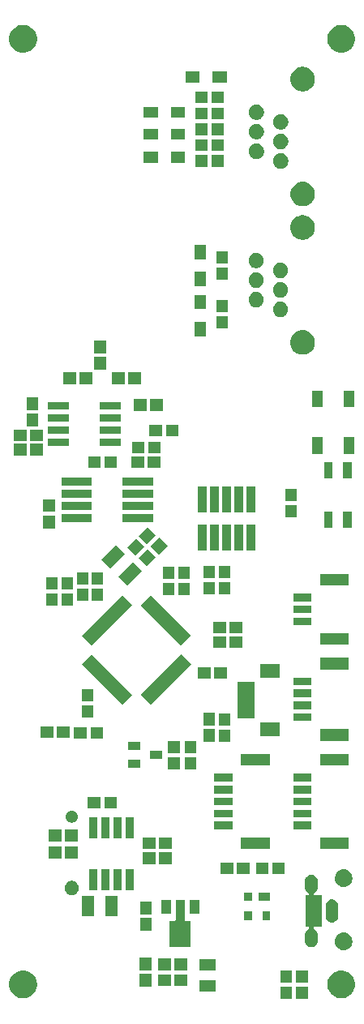
<source format=gbr>
G04 #@! TF.GenerationSoftware,KiCad,Pcbnew,(5.0.0)*
G04 #@! TF.CreationDate,2018-12-20T12:17:44-05:00*
G04 #@! TF.ProjectId,fk-weather,666B2D776561746865722E6B69636164,0.1*
G04 #@! TF.SameCoordinates,PX791ddc0PY791ddc0*
G04 #@! TF.FileFunction,Soldermask,Top*
G04 #@! TF.FilePolarity,Negative*
%FSLAX46Y46*%
G04 Gerber Fmt 4.6, Leading zero omitted, Abs format (unit mm)*
G04 Created by KiCad (PCBNEW (5.0.0)) date 12/20/18 12:17:44*
%MOMM*%
%LPD*%
G01*
G04 APERTURE LIST*
%ADD10C,0.100000*%
G04 APERTURE END LIST*
D10*
G36*
X-10523600Y-72712000D02*
X-11726800Y-72712000D01*
X-11726800Y-71408800D01*
X-10523600Y-71408800D01*
X-10523600Y-72712000D01*
X-10523600Y-72712000D01*
G37*
G36*
X-12161900Y-72709600D02*
X-13365100Y-72709600D01*
X-13365100Y-71406400D01*
X-12161900Y-71406400D01*
X-12161900Y-72709600D01*
X-12161900Y-72709600D01*
G37*
G36*
X-40048474Y-69729429D02*
X-39838139Y-69771267D01*
X-39573964Y-69880691D01*
X-39336214Y-70039551D01*
X-39134023Y-70241742D01*
X-38975163Y-70479492D01*
X-38865739Y-70743667D01*
X-38823901Y-70954002D01*
X-38809955Y-71024112D01*
X-38809955Y-71310054D01*
X-38823901Y-71380165D01*
X-38865739Y-71590499D01*
X-38975163Y-71854674D01*
X-39134023Y-72092424D01*
X-39336214Y-72294615D01*
X-39573964Y-72453475D01*
X-39838139Y-72562899D01*
X-40048473Y-72604737D01*
X-40118584Y-72618683D01*
X-40404526Y-72618683D01*
X-40474637Y-72604737D01*
X-40684971Y-72562899D01*
X-40949146Y-72453475D01*
X-41186896Y-72294615D01*
X-41389087Y-72092424D01*
X-41547947Y-71854674D01*
X-41657371Y-71590499D01*
X-41699209Y-71380165D01*
X-41713155Y-71310054D01*
X-41713155Y-71024112D01*
X-41699209Y-70954002D01*
X-41657371Y-70743667D01*
X-41547947Y-70479492D01*
X-41389087Y-70241742D01*
X-41186896Y-70039551D01*
X-40949146Y-69880691D01*
X-40684971Y-69771267D01*
X-40474637Y-69729429D01*
X-40404526Y-69715483D01*
X-40118584Y-69715483D01*
X-40048474Y-69729429D01*
X-40048474Y-69729429D01*
G37*
G36*
X-6818474Y-69729429D02*
X-6608139Y-69771267D01*
X-6343964Y-69880691D01*
X-6106214Y-70039551D01*
X-5904023Y-70241742D01*
X-5745163Y-70479492D01*
X-5635739Y-70743667D01*
X-5593901Y-70954002D01*
X-5579955Y-71024112D01*
X-5579955Y-71310054D01*
X-5593901Y-71380165D01*
X-5635739Y-71590499D01*
X-5745163Y-71854674D01*
X-5904023Y-72092424D01*
X-6106214Y-72294615D01*
X-6343964Y-72453475D01*
X-6608139Y-72562899D01*
X-6818473Y-72604737D01*
X-6888584Y-72618683D01*
X-7174526Y-72618683D01*
X-7244637Y-72604737D01*
X-7454971Y-72562899D01*
X-7719146Y-72453475D01*
X-7956896Y-72294615D01*
X-8159087Y-72092424D01*
X-8317947Y-71854674D01*
X-8427371Y-71590499D01*
X-8469209Y-71380165D01*
X-8483155Y-71310054D01*
X-8483155Y-71024112D01*
X-8469209Y-70954002D01*
X-8427371Y-70743667D01*
X-8317947Y-70479492D01*
X-8159087Y-70241742D01*
X-7956896Y-70039551D01*
X-7719146Y-69880691D01*
X-7454971Y-69771267D01*
X-7244637Y-69729429D01*
X-7174526Y-69715483D01*
X-6888584Y-69715483D01*
X-6818474Y-69729429D01*
X-6818474Y-69729429D01*
G37*
G36*
X-20120992Y-71899962D02*
X-21824192Y-71899962D01*
X-21824192Y-70696762D01*
X-20120992Y-70696762D01*
X-20120992Y-71899962D01*
X-20120992Y-71899962D01*
G37*
G36*
X-26873392Y-71382462D02*
X-28076592Y-71382462D01*
X-28076592Y-70079262D01*
X-26873392Y-70079262D01*
X-26873392Y-71382462D01*
X-26873392Y-71382462D01*
G37*
G36*
X-24828592Y-71341517D02*
X-26131792Y-71341517D01*
X-26131792Y-70138317D01*
X-24828592Y-70138317D01*
X-24828592Y-71341517D01*
X-24828592Y-71341517D01*
G37*
G36*
X-23128592Y-71341517D02*
X-24431792Y-71341517D01*
X-24431792Y-70138317D01*
X-23128592Y-70138317D01*
X-23128592Y-71341517D01*
X-23128592Y-71341517D01*
G37*
G36*
X-10523600Y-71012000D02*
X-11726800Y-71012000D01*
X-11726800Y-69708800D01*
X-10523600Y-69708800D01*
X-10523600Y-71012000D01*
X-10523600Y-71012000D01*
G37*
G36*
X-12161900Y-71009600D02*
X-13365100Y-71009600D01*
X-13365100Y-69706400D01*
X-12161900Y-69706400D01*
X-12161900Y-71009600D01*
X-12161900Y-71009600D01*
G37*
G36*
X-20120992Y-69699962D02*
X-21824192Y-69699962D01*
X-21824192Y-68496762D01*
X-20120992Y-68496762D01*
X-20120992Y-69699962D01*
X-20120992Y-69699962D01*
G37*
G36*
X-23128592Y-69695062D02*
X-24431792Y-69695062D01*
X-24431792Y-68491862D01*
X-23128592Y-68491862D01*
X-23128592Y-69695062D01*
X-23128592Y-69695062D01*
G37*
G36*
X-24828592Y-69695062D02*
X-26131792Y-69695062D01*
X-26131792Y-68491862D01*
X-24828592Y-68491862D01*
X-24828592Y-69695062D01*
X-24828592Y-69695062D01*
G37*
G36*
X-26873392Y-69682462D02*
X-28076592Y-69682462D01*
X-28076592Y-68379262D01*
X-26873392Y-68379262D01*
X-26873392Y-69682462D01*
X-26873392Y-69682462D01*
G37*
G36*
X-6601059Y-65773945D02*
X-6601056Y-65773946D01*
X-6431103Y-65825500D01*
X-6274474Y-65909220D01*
X-6274472Y-65909221D01*
X-6274473Y-65909221D01*
X-6137188Y-66021888D01*
X-6024519Y-66159174D01*
X-5940802Y-66315799D01*
X-5889245Y-66485760D01*
X-5876200Y-66618209D01*
X-5876200Y-66757792D01*
X-5889245Y-66890241D01*
X-5889246Y-66890243D01*
X-5889246Y-66890244D01*
X-5940800Y-67060197D01*
X-6024520Y-67216826D01*
X-6076580Y-67280261D01*
X-6137188Y-67354112D01*
X-6274474Y-67466781D01*
X-6431099Y-67550498D01*
X-6431102Y-67550499D01*
X-6431104Y-67550500D01*
X-6574385Y-67593963D01*
X-6601060Y-67602055D01*
X-6777800Y-67619462D01*
X-6954541Y-67602055D01*
X-6986182Y-67592457D01*
X-7124497Y-67550500D01*
X-7281126Y-67466780D01*
X-7418412Y-67354112D01*
X-7469245Y-67292172D01*
X-7531081Y-67216826D01*
X-7614798Y-67060201D01*
X-7628885Y-67013761D01*
X-7666354Y-66890243D01*
X-7666355Y-66890240D01*
X-7679400Y-66757791D01*
X-7679400Y-66618208D01*
X-7666355Y-66485759D01*
X-7614799Y-66315801D01*
X-7531079Y-66159173D01*
X-7418412Y-66021888D01*
X-7281126Y-65909219D01*
X-7124501Y-65825502D01*
X-7124498Y-65825501D01*
X-7124496Y-65825500D01*
X-6954543Y-65773946D01*
X-6954540Y-65773945D01*
X-6777800Y-65756538D01*
X-6601059Y-65773945D01*
X-6601059Y-65773945D01*
G37*
G36*
X-10032269Y-59707828D02*
X-10032266Y-59707829D01*
X-10032265Y-59707829D01*
X-9909438Y-59745088D01*
X-9909436Y-59745089D01*
X-9796239Y-59805594D01*
X-9698555Y-59885760D01*
X-9697020Y-59887020D01*
X-9615594Y-59986239D01*
X-9555088Y-60099437D01*
X-9517829Y-60222264D01*
X-9517828Y-60222268D01*
X-9508400Y-60317994D01*
X-9508400Y-61082006D01*
X-9517828Y-61177732D01*
X-9517829Y-61177735D01*
X-9517829Y-61177736D01*
X-9555088Y-61300563D01*
X-9615594Y-61413761D01*
X-9697020Y-61512980D01*
X-9796239Y-61594406D01*
X-9796241Y-61594407D01*
X-9878096Y-61638160D01*
X-9898470Y-61651774D01*
X-9915798Y-61669101D01*
X-9929411Y-61689476D01*
X-9938789Y-61712115D01*
X-9943569Y-61736148D01*
X-9943569Y-61760652D01*
X-9938788Y-61784686D01*
X-9929411Y-61807325D01*
X-9915797Y-61827699D01*
X-9898470Y-61845027D01*
X-9878095Y-61858640D01*
X-9855456Y-61868018D01*
X-9819171Y-61873400D01*
X-9058400Y-61873400D01*
X-9058400Y-65126600D01*
X-9819172Y-65126600D01*
X-9843558Y-65129002D01*
X-9867007Y-65136115D01*
X-9888618Y-65147666D01*
X-9907560Y-65163212D01*
X-9923106Y-65182154D01*
X-9934657Y-65203765D01*
X-9941770Y-65227214D01*
X-9944172Y-65251600D01*
X-9941770Y-65275986D01*
X-9934657Y-65299435D01*
X-9923106Y-65321046D01*
X-9907560Y-65339988D01*
X-9878097Y-65361840D01*
X-9796239Y-65405594D01*
X-9697022Y-65487018D01*
X-9697020Y-65487020D01*
X-9615594Y-65586239D01*
X-9555088Y-65699437D01*
X-9532486Y-65773946D01*
X-9517828Y-65822268D01*
X-9508400Y-65917994D01*
X-9508400Y-66682006D01*
X-9517828Y-66777732D01*
X-9517829Y-66777735D01*
X-9517829Y-66777736D01*
X-9555088Y-66900563D01*
X-9615594Y-67013761D01*
X-9697020Y-67112980D01*
X-9796239Y-67194406D01*
X-9909437Y-67254912D01*
X-10032264Y-67292171D01*
X-10032265Y-67292171D01*
X-10032268Y-67292172D01*
X-10160000Y-67304752D01*
X-10287731Y-67292172D01*
X-10287734Y-67292171D01*
X-10287735Y-67292171D01*
X-10410562Y-67254912D01*
X-10523760Y-67194406D01*
X-10622979Y-67112980D01*
X-10704405Y-67013761D01*
X-10764912Y-66900563D01*
X-10764913Y-66900561D01*
X-10802172Y-66777737D01*
X-10811600Y-66682006D01*
X-10811600Y-65917995D01*
X-10802172Y-65822269D01*
X-10802171Y-65822265D01*
X-10764912Y-65699438D01*
X-10704407Y-65586241D01*
X-10704406Y-65586239D01*
X-10622982Y-65487022D01*
X-10622980Y-65487020D01*
X-10523761Y-65405594D01*
X-10441904Y-65361840D01*
X-10421530Y-65348226D01*
X-10404202Y-65330899D01*
X-10390589Y-65310524D01*
X-10381211Y-65287885D01*
X-10376431Y-65263852D01*
X-10376431Y-65239348D01*
X-10381212Y-65215314D01*
X-10390589Y-65192675D01*
X-10404203Y-65172301D01*
X-10421530Y-65154973D01*
X-10441905Y-65141360D01*
X-10464544Y-65131982D01*
X-10500829Y-65126600D01*
X-10761600Y-65126600D01*
X-10761600Y-61873400D01*
X-10500828Y-61873400D01*
X-10476442Y-61870998D01*
X-10452993Y-61863885D01*
X-10431382Y-61852334D01*
X-10412440Y-61836788D01*
X-10396894Y-61817846D01*
X-10385343Y-61796235D01*
X-10378230Y-61772786D01*
X-10375828Y-61748400D01*
X-10378230Y-61724014D01*
X-10385343Y-61700565D01*
X-10396894Y-61678954D01*
X-10412440Y-61660012D01*
X-10441903Y-61638160D01*
X-10523758Y-61594407D01*
X-10523760Y-61594406D01*
X-10622979Y-61512980D01*
X-10704405Y-61413761D01*
X-10764912Y-61300563D01*
X-10764913Y-61300561D01*
X-10802172Y-61177737D01*
X-10811600Y-61082006D01*
X-10811600Y-60317995D01*
X-10802172Y-60222269D01*
X-10802171Y-60222265D01*
X-10764912Y-60099438D01*
X-10721494Y-60018209D01*
X-10704406Y-59986239D01*
X-10622982Y-59887022D01*
X-10622980Y-59887020D01*
X-10523761Y-59805594D01*
X-10410563Y-59745088D01*
X-10287736Y-59707829D01*
X-10287735Y-59707829D01*
X-10287732Y-59707828D01*
X-10160000Y-59695248D01*
X-10032269Y-59707828D01*
X-10032269Y-59707828D01*
G37*
G36*
X-23334485Y-64452061D02*
X-23332083Y-64476447D01*
X-23324970Y-64499896D01*
X-23313419Y-64521507D01*
X-23297873Y-64540449D01*
X-23278931Y-64555995D01*
X-23257320Y-64567546D01*
X-23233871Y-64574659D01*
X-23209485Y-64577061D01*
X-22734485Y-64577061D01*
X-22734485Y-67280261D01*
X-24937685Y-67280261D01*
X-24937685Y-64577061D01*
X-24462685Y-64577061D01*
X-24438299Y-64574659D01*
X-24414850Y-64567546D01*
X-24393239Y-64555995D01*
X-24374297Y-64540449D01*
X-24358751Y-64521507D01*
X-24347200Y-64499896D01*
X-24340087Y-64476447D01*
X-24337685Y-64452061D01*
X-24337685Y-62377061D01*
X-23334485Y-62377061D01*
X-23334485Y-64452061D01*
X-23334485Y-64452061D01*
G37*
G36*
X-26839885Y-65545461D02*
X-28043085Y-65545461D01*
X-28043085Y-64242261D01*
X-26839885Y-64242261D01*
X-26839885Y-65545461D01*
X-26839885Y-65545461D01*
G37*
G36*
X-7882269Y-62307828D02*
X-7882266Y-62307829D01*
X-7882265Y-62307829D01*
X-7759438Y-62345088D01*
X-7759436Y-62345089D01*
X-7646239Y-62405594D01*
X-7547022Y-62487018D01*
X-7547020Y-62487020D01*
X-7465594Y-62586239D01*
X-7465593Y-62586241D01*
X-7405089Y-62699435D01*
X-7367828Y-62822268D01*
X-7358400Y-62917994D01*
X-7358400Y-64082006D01*
X-7367828Y-64177732D01*
X-7367829Y-64177735D01*
X-7367829Y-64177736D01*
X-7405088Y-64300563D01*
X-7465594Y-64413761D01*
X-7547020Y-64512980D01*
X-7646239Y-64594406D01*
X-7759437Y-64654912D01*
X-7882264Y-64692171D01*
X-7882265Y-64692171D01*
X-7882268Y-64692172D01*
X-8010000Y-64704752D01*
X-8137731Y-64692172D01*
X-8137734Y-64692171D01*
X-8137735Y-64692171D01*
X-8260562Y-64654912D01*
X-8373760Y-64594406D01*
X-8472979Y-64512980D01*
X-8554405Y-64413761D01*
X-8614911Y-64300563D01*
X-8652170Y-64177736D01*
X-8652170Y-64177735D01*
X-8652171Y-64177732D01*
X-8661599Y-64082006D01*
X-8661600Y-62917995D01*
X-8652172Y-62822269D01*
X-8652171Y-62822265D01*
X-8614912Y-62699438D01*
X-8554407Y-62586241D01*
X-8554406Y-62586239D01*
X-8472982Y-62487022D01*
X-8472980Y-62487020D01*
X-8373761Y-62405594D01*
X-8260563Y-62345088D01*
X-8137736Y-62307829D01*
X-8137735Y-62307829D01*
X-8137732Y-62307828D01*
X-8010000Y-62295248D01*
X-7882269Y-62307828D01*
X-7882269Y-62307828D01*
G37*
G36*
X-14462400Y-64459600D02*
X-15265600Y-64459600D01*
X-15265600Y-63556400D01*
X-14462400Y-63556400D01*
X-14462400Y-64459600D01*
X-14462400Y-64459600D01*
G37*
G36*
X-16362400Y-64459600D02*
X-17165600Y-64459600D01*
X-17165600Y-63556400D01*
X-16362400Y-63556400D01*
X-16362400Y-64459600D01*
X-16362400Y-64459600D01*
G37*
G36*
X-32854836Y-64068078D02*
X-34158036Y-64068078D01*
X-34158036Y-61964878D01*
X-32854836Y-61964878D01*
X-32854836Y-64068078D01*
X-32854836Y-64068078D01*
G37*
G36*
X-30354836Y-64068078D02*
X-31658036Y-64068078D01*
X-31658036Y-61964878D01*
X-30354836Y-61964878D01*
X-30354836Y-64068078D01*
X-30354836Y-64068078D01*
G37*
G36*
X-26839885Y-63845461D02*
X-28043085Y-63845461D01*
X-28043085Y-62542261D01*
X-26839885Y-62542261D01*
X-26839885Y-63845461D01*
X-26839885Y-63845461D01*
G37*
G36*
X-24834485Y-63780261D02*
X-25837685Y-63780261D01*
X-25837685Y-62377061D01*
X-24834485Y-62377061D01*
X-24834485Y-63780261D01*
X-24834485Y-63780261D01*
G37*
G36*
X-21834485Y-63780261D02*
X-22837685Y-63780261D01*
X-22837685Y-62377061D01*
X-21834485Y-62377061D01*
X-21834485Y-63780261D01*
X-21834485Y-63780261D01*
G37*
G36*
X-16362400Y-62459600D02*
X-17165600Y-62459600D01*
X-17165600Y-61556400D01*
X-16362400Y-61556400D01*
X-16362400Y-62459600D01*
X-16362400Y-62459600D01*
G37*
G36*
X-14462400Y-62459600D02*
X-15665600Y-62459600D01*
X-15665600Y-61556400D01*
X-14462400Y-61556400D01*
X-14462400Y-62459600D01*
X-14462400Y-62459600D01*
G37*
G36*
X-34959766Y-60377283D02*
X-34822984Y-60433940D01*
X-34699883Y-60516194D01*
X-34595194Y-60620883D01*
X-34512940Y-60743984D01*
X-34456283Y-60880766D01*
X-34427400Y-61025974D01*
X-34427400Y-61174026D01*
X-34456283Y-61319234D01*
X-34512940Y-61456016D01*
X-34595194Y-61579117D01*
X-34699883Y-61683806D01*
X-34822984Y-61766060D01*
X-34959766Y-61822717D01*
X-35104974Y-61851600D01*
X-35253026Y-61851600D01*
X-35398234Y-61822717D01*
X-35535016Y-61766060D01*
X-35658117Y-61683806D01*
X-35762806Y-61579117D01*
X-35845060Y-61456016D01*
X-35901717Y-61319234D01*
X-35930600Y-61174026D01*
X-35930600Y-61025974D01*
X-35901717Y-60880766D01*
X-35845060Y-60743984D01*
X-35762806Y-60620883D01*
X-35658117Y-60516194D01*
X-35535016Y-60433940D01*
X-35398234Y-60377283D01*
X-35253026Y-60348400D01*
X-35104974Y-60348400D01*
X-34959766Y-60377283D01*
X-34959766Y-60377283D01*
G37*
G36*
X-28732200Y-61307200D02*
X-29535400Y-61307200D01*
X-29535400Y-59104000D01*
X-28732200Y-59104000D01*
X-28732200Y-61307200D01*
X-28732200Y-61307200D01*
G37*
G36*
X-30002200Y-61307200D02*
X-30805400Y-61307200D01*
X-30805400Y-59104000D01*
X-30002200Y-59104000D01*
X-30002200Y-61307200D01*
X-30002200Y-61307200D01*
G37*
G36*
X-32542200Y-61307200D02*
X-33345400Y-61307200D01*
X-33345400Y-59104000D01*
X-32542200Y-59104000D01*
X-32542200Y-61307200D01*
X-32542200Y-61307200D01*
G37*
G36*
X-31272200Y-61307200D02*
X-32075400Y-61307200D01*
X-32075400Y-59104000D01*
X-31272200Y-59104000D01*
X-31272200Y-61307200D01*
X-31272200Y-61307200D01*
G37*
G36*
X-6601059Y-59173945D02*
X-6601056Y-59173946D01*
X-6431103Y-59225500D01*
X-6274474Y-59309220D01*
X-6274472Y-59309221D01*
X-6274473Y-59309221D01*
X-6137188Y-59421888D01*
X-6024519Y-59559174D01*
X-5940802Y-59715799D01*
X-5889245Y-59885760D01*
X-5876200Y-60018209D01*
X-5876200Y-60157792D01*
X-5889245Y-60290241D01*
X-5889246Y-60290243D01*
X-5889246Y-60290244D01*
X-5940800Y-60460197D01*
X-6024519Y-60616825D01*
X-6024521Y-60616827D01*
X-6137188Y-60754112D01*
X-6274474Y-60866781D01*
X-6431099Y-60950498D01*
X-6431102Y-60950499D01*
X-6431104Y-60950500D01*
X-6574385Y-60993963D01*
X-6601060Y-61002055D01*
X-6777800Y-61019462D01*
X-6954541Y-61002055D01*
X-6986182Y-60992457D01*
X-7124497Y-60950500D01*
X-7281126Y-60866780D01*
X-7418412Y-60754112D01*
X-7426724Y-60743984D01*
X-7531081Y-60616826D01*
X-7614798Y-60460201D01*
X-7622764Y-60433940D01*
X-7666354Y-60290243D01*
X-7666355Y-60290240D01*
X-7679400Y-60157791D01*
X-7679400Y-60018208D01*
X-7666355Y-59885759D01*
X-7642037Y-59805593D01*
X-7614800Y-59715803D01*
X-7531080Y-59559174D01*
X-7418412Y-59421888D01*
X-7281126Y-59309219D01*
X-7124501Y-59225502D01*
X-7124498Y-59225501D01*
X-7124496Y-59225500D01*
X-6954543Y-59173946D01*
X-6954540Y-59173945D01*
X-6777800Y-59156538D01*
X-6601059Y-59173945D01*
X-6601059Y-59173945D01*
G37*
G36*
X-14625600Y-59682000D02*
X-15928800Y-59682000D01*
X-15928800Y-58478800D01*
X-14625600Y-58478800D01*
X-14625600Y-59682000D01*
X-14625600Y-59682000D01*
G37*
G36*
X-12925600Y-59682000D02*
X-14228800Y-59682000D01*
X-14228800Y-58478800D01*
X-12925600Y-58478800D01*
X-12925600Y-59682000D01*
X-12925600Y-59682000D01*
G37*
G36*
X-16608600Y-59631200D02*
X-17911800Y-59631200D01*
X-17911800Y-58428000D01*
X-16608600Y-58428000D01*
X-16608600Y-59631200D01*
X-16608600Y-59631200D01*
G37*
G36*
X-18308600Y-59631200D02*
X-19611800Y-59631200D01*
X-19611800Y-58428000D01*
X-18308600Y-58428000D01*
X-18308600Y-59631200D01*
X-18308600Y-59631200D01*
G37*
G36*
X-24736600Y-58589800D02*
X-26039800Y-58589800D01*
X-26039800Y-57386600D01*
X-24736600Y-57386600D01*
X-24736600Y-58589800D01*
X-24736600Y-58589800D01*
G37*
G36*
X-26436600Y-58589800D02*
X-27739800Y-58589800D01*
X-27739800Y-57386600D01*
X-26436600Y-57386600D01*
X-26436600Y-58589800D01*
X-26436600Y-58589800D01*
G37*
G36*
X-34566400Y-58005600D02*
X-35869600Y-58005600D01*
X-35869600Y-56802400D01*
X-34566400Y-56802400D01*
X-34566400Y-58005600D01*
X-34566400Y-58005600D01*
G37*
G36*
X-36266400Y-58005600D02*
X-37569600Y-58005600D01*
X-37569600Y-56802400D01*
X-36266400Y-56802400D01*
X-36266400Y-58005600D01*
X-36266400Y-58005600D01*
G37*
G36*
X-6242400Y-57021600D02*
X-9245600Y-57021600D01*
X-9245600Y-55818400D01*
X-6242400Y-55818400D01*
X-6242400Y-57021600D01*
X-6242400Y-57021600D01*
G37*
G36*
X-14497400Y-57021600D02*
X-17500600Y-57021600D01*
X-17500600Y-55818400D01*
X-14497400Y-55818400D01*
X-14497400Y-57021600D01*
X-14497400Y-57021600D01*
G37*
G36*
X-26436600Y-57015000D02*
X-27739800Y-57015000D01*
X-27739800Y-55811800D01*
X-26436600Y-55811800D01*
X-26436600Y-57015000D01*
X-26436600Y-57015000D01*
G37*
G36*
X-24736600Y-57015000D02*
X-26039800Y-57015000D01*
X-26039800Y-55811800D01*
X-24736600Y-55811800D01*
X-24736600Y-57015000D01*
X-24736600Y-57015000D01*
G37*
G36*
X-34566400Y-56227600D02*
X-35869600Y-56227600D01*
X-35869600Y-55024400D01*
X-34566400Y-55024400D01*
X-34566400Y-56227600D01*
X-34566400Y-56227600D01*
G37*
G36*
X-36266400Y-56227600D02*
X-37569600Y-56227600D01*
X-37569600Y-55024400D01*
X-36266400Y-55024400D01*
X-36266400Y-56227600D01*
X-36266400Y-56227600D01*
G37*
G36*
X-31272200Y-55907200D02*
X-32075400Y-55907200D01*
X-32075400Y-53704000D01*
X-31272200Y-53704000D01*
X-31272200Y-55907200D01*
X-31272200Y-55907200D01*
G37*
G36*
X-30002200Y-55907200D02*
X-30805400Y-55907200D01*
X-30805400Y-53704000D01*
X-30002200Y-53704000D01*
X-30002200Y-55907200D01*
X-30002200Y-55907200D01*
G37*
G36*
X-28732200Y-55907200D02*
X-29535400Y-55907200D01*
X-29535400Y-53704000D01*
X-28732200Y-53704000D01*
X-28732200Y-55907200D01*
X-28732200Y-55907200D01*
G37*
G36*
X-32542200Y-55907200D02*
X-33345400Y-55907200D01*
X-33345400Y-53704000D01*
X-32542200Y-53704000D01*
X-32542200Y-55907200D01*
X-32542200Y-55907200D01*
G37*
G36*
X-10142400Y-54971600D02*
X-12045600Y-54971600D01*
X-12045600Y-54168400D01*
X-10142400Y-54168400D01*
X-10142400Y-54971600D01*
X-10142400Y-54971600D01*
G37*
G36*
X-18397400Y-54971600D02*
X-20300600Y-54971600D01*
X-20300600Y-54168400D01*
X-18397400Y-54168400D01*
X-18397400Y-54971600D01*
X-18397400Y-54971600D01*
G37*
G36*
X-34996227Y-53047479D02*
X-34882193Y-53094714D01*
X-34779565Y-53163288D01*
X-34692288Y-53250565D01*
X-34623714Y-53353193D01*
X-34576479Y-53467227D01*
X-34552400Y-53588284D01*
X-34552400Y-53711716D01*
X-34576479Y-53832773D01*
X-34623714Y-53946807D01*
X-34692288Y-54049435D01*
X-34779565Y-54136712D01*
X-34882193Y-54205286D01*
X-34996227Y-54252521D01*
X-35117284Y-54276600D01*
X-35240716Y-54276600D01*
X-35361773Y-54252521D01*
X-35475807Y-54205286D01*
X-35578435Y-54136712D01*
X-35665712Y-54049435D01*
X-35734286Y-53946807D01*
X-35781521Y-53832773D01*
X-35805600Y-53711716D01*
X-35805600Y-53588284D01*
X-35781521Y-53467227D01*
X-35734286Y-53353193D01*
X-35665712Y-53250565D01*
X-35578435Y-53163288D01*
X-35475807Y-53094714D01*
X-35361773Y-53047479D01*
X-35240716Y-53023400D01*
X-35117284Y-53023400D01*
X-34996227Y-53047479D01*
X-34996227Y-53047479D01*
G37*
G36*
X-18397400Y-53721600D02*
X-20300600Y-53721600D01*
X-20300600Y-52918400D01*
X-18397400Y-52918400D01*
X-18397400Y-53721600D01*
X-18397400Y-53721600D01*
G37*
G36*
X-10142400Y-53721600D02*
X-12045600Y-53721600D01*
X-12045600Y-52918400D01*
X-10142400Y-52918400D01*
X-10142400Y-53721600D01*
X-10142400Y-53721600D01*
G37*
G36*
X-32180836Y-52823078D02*
X-33484036Y-52823078D01*
X-33484036Y-51619878D01*
X-32180836Y-51619878D01*
X-32180836Y-52823078D01*
X-32180836Y-52823078D01*
G37*
G36*
X-30480836Y-52823078D02*
X-31784036Y-52823078D01*
X-31784036Y-51619878D01*
X-30480836Y-51619878D01*
X-30480836Y-52823078D01*
X-30480836Y-52823078D01*
G37*
G36*
X-18397400Y-52471600D02*
X-20300600Y-52471600D01*
X-20300600Y-51668400D01*
X-18397400Y-51668400D01*
X-18397400Y-52471600D01*
X-18397400Y-52471600D01*
G37*
G36*
X-10142400Y-52471600D02*
X-12045600Y-52471600D01*
X-12045600Y-51668400D01*
X-10142400Y-51668400D01*
X-10142400Y-52471600D01*
X-10142400Y-52471600D01*
G37*
G36*
X-10142400Y-51221600D02*
X-12045600Y-51221600D01*
X-12045600Y-50418400D01*
X-10142400Y-50418400D01*
X-10142400Y-51221600D01*
X-10142400Y-51221600D01*
G37*
G36*
X-18397400Y-51221600D02*
X-20300600Y-51221600D01*
X-20300600Y-50418400D01*
X-18397400Y-50418400D01*
X-18397400Y-51221600D01*
X-18397400Y-51221600D01*
G37*
G36*
X-10142400Y-49971600D02*
X-12045600Y-49971600D01*
X-12045600Y-49168400D01*
X-10142400Y-49168400D01*
X-10142400Y-49971600D01*
X-10142400Y-49971600D01*
G37*
G36*
X-18397400Y-49971600D02*
X-20300600Y-49971600D01*
X-20300600Y-49168400D01*
X-18397400Y-49168400D01*
X-18397400Y-49971600D01*
X-18397400Y-49971600D01*
G37*
G36*
X-22178384Y-48745600D02*
X-23381584Y-48745600D01*
X-23381584Y-47442400D01*
X-22178384Y-47442400D01*
X-22178384Y-48745600D01*
X-22178384Y-48745600D01*
G37*
G36*
X-23909400Y-48745600D02*
X-25112600Y-48745600D01*
X-25112600Y-47442400D01*
X-23909400Y-47442400D01*
X-23909400Y-48745600D01*
X-23909400Y-48745600D01*
G37*
G36*
X-28033130Y-48587480D02*
X-29286330Y-48587480D01*
X-29286330Y-47734280D01*
X-28033130Y-47734280D01*
X-28033130Y-48587480D01*
X-28033130Y-48587480D01*
G37*
G36*
X-6242400Y-48321600D02*
X-9245600Y-48321600D01*
X-9245600Y-47118400D01*
X-6242400Y-47118400D01*
X-6242400Y-48321600D01*
X-6242400Y-48321600D01*
G37*
G36*
X-14497400Y-48321600D02*
X-17500600Y-48321600D01*
X-17500600Y-47118400D01*
X-14497400Y-47118400D01*
X-14497400Y-48321600D01*
X-14497400Y-48321600D01*
G37*
G36*
X-25733130Y-47637480D02*
X-26986330Y-47637480D01*
X-26986330Y-46784280D01*
X-25733130Y-46784280D01*
X-25733130Y-47637480D01*
X-25733130Y-47637480D01*
G37*
G36*
X-22178384Y-47045600D02*
X-23381584Y-47045600D01*
X-23381584Y-45742400D01*
X-22178384Y-45742400D01*
X-22178384Y-47045600D01*
X-22178384Y-47045600D01*
G37*
G36*
X-23909400Y-47045600D02*
X-25112600Y-47045600D01*
X-25112600Y-45742400D01*
X-23909400Y-45742400D01*
X-23909400Y-47045600D01*
X-23909400Y-47045600D01*
G37*
G36*
X-28033130Y-46687480D02*
X-29286330Y-46687480D01*
X-29286330Y-45834280D01*
X-28033130Y-45834280D01*
X-28033130Y-46687480D01*
X-28033130Y-46687480D01*
G37*
G36*
X-18600800Y-45850000D02*
X-19804000Y-45850000D01*
X-19804000Y-44546800D01*
X-18600800Y-44546800D01*
X-18600800Y-45850000D01*
X-18600800Y-45850000D01*
G37*
G36*
X-20226400Y-45824600D02*
X-21429600Y-45824600D01*
X-21429600Y-44521400D01*
X-20226400Y-44521400D01*
X-20226400Y-45824600D01*
X-20226400Y-45824600D01*
G37*
G36*
X-6242400Y-45728600D02*
X-9245600Y-45728600D01*
X-9245600Y-44525400D01*
X-6242400Y-44525400D01*
X-6242400Y-45728600D01*
X-6242400Y-45728600D01*
G37*
G36*
X-31924800Y-45508800D02*
X-33228000Y-45508800D01*
X-33228000Y-44305600D01*
X-31924800Y-44305600D01*
X-31924800Y-45508800D01*
X-31924800Y-45508800D01*
G37*
G36*
X-33624800Y-45508800D02*
X-34928000Y-45508800D01*
X-34928000Y-44305600D01*
X-33624800Y-44305600D01*
X-33624800Y-45508800D01*
X-33624800Y-45508800D01*
G37*
G36*
X-37104600Y-45458000D02*
X-38407800Y-45458000D01*
X-38407800Y-44254800D01*
X-37104600Y-44254800D01*
X-37104600Y-45458000D01*
X-37104600Y-45458000D01*
G37*
G36*
X-35404600Y-45458000D02*
X-36707800Y-45458000D01*
X-36707800Y-44254800D01*
X-35404600Y-44254800D01*
X-35404600Y-45458000D01*
X-35404600Y-45458000D01*
G37*
G36*
X-13470200Y-45229800D02*
X-15473400Y-45229800D01*
X-15473400Y-43826600D01*
X-13470200Y-43826600D01*
X-13470200Y-45229800D01*
X-13470200Y-45229800D01*
G37*
G36*
X-18600800Y-44150000D02*
X-19804000Y-44150000D01*
X-19804000Y-42846800D01*
X-18600800Y-42846800D01*
X-18600800Y-44150000D01*
X-18600800Y-44150000D01*
G37*
G36*
X-20226400Y-44124600D02*
X-21429600Y-44124600D01*
X-21429600Y-42821400D01*
X-20226400Y-42821400D01*
X-20226400Y-44124600D01*
X-20226400Y-44124600D01*
G37*
G36*
X-10142400Y-43678600D02*
X-12045600Y-43678600D01*
X-12045600Y-42875400D01*
X-10142400Y-42875400D01*
X-10142400Y-43678600D01*
X-10142400Y-43678600D01*
G37*
G36*
X-16120200Y-43379800D02*
X-17873400Y-43379800D01*
X-17873400Y-39576600D01*
X-16120200Y-39576600D01*
X-16120200Y-43379800D01*
X-16120200Y-43379800D01*
G37*
G36*
X-32926400Y-43323600D02*
X-34129600Y-43323600D01*
X-34129600Y-42020400D01*
X-32926400Y-42020400D01*
X-32926400Y-43323600D01*
X-32926400Y-43323600D01*
G37*
G36*
X-10142400Y-42428600D02*
X-12045600Y-42428600D01*
X-12045600Y-41625400D01*
X-10142400Y-41625400D01*
X-10142400Y-42428600D01*
X-10142400Y-42428600D01*
G37*
G36*
X-28862278Y-40895027D02*
X-29925202Y-41957951D01*
X-34134751Y-37748402D01*
X-33071827Y-36685478D01*
X-28862278Y-40895027D01*
X-28862278Y-40895027D01*
G37*
G36*
X-22710449Y-37748402D02*
X-26919998Y-41957951D01*
X-27982922Y-40895027D01*
X-23773373Y-36685478D01*
X-22710449Y-37748402D01*
X-22710449Y-37748402D01*
G37*
G36*
X-32926400Y-41623600D02*
X-34129600Y-41623600D01*
X-34129600Y-40320400D01*
X-32926400Y-40320400D01*
X-32926400Y-41623600D01*
X-32926400Y-41623600D01*
G37*
G36*
X-10142400Y-41178600D02*
X-12045600Y-41178600D01*
X-12045600Y-40375400D01*
X-10142400Y-40375400D01*
X-10142400Y-41178600D01*
X-10142400Y-41178600D01*
G37*
G36*
X-10142400Y-39928600D02*
X-12045600Y-39928600D01*
X-12045600Y-39125400D01*
X-10142400Y-39125400D01*
X-10142400Y-39928600D01*
X-10142400Y-39928600D01*
G37*
G36*
X-20696200Y-39235000D02*
X-21999400Y-39235000D01*
X-21999400Y-38031800D01*
X-20696200Y-38031800D01*
X-20696200Y-39235000D01*
X-20696200Y-39235000D01*
G37*
G36*
X-18996200Y-39235000D02*
X-20299400Y-39235000D01*
X-20299400Y-38031800D01*
X-18996200Y-38031800D01*
X-18996200Y-39235000D01*
X-18996200Y-39235000D01*
G37*
G36*
X-13470200Y-39129800D02*
X-15473400Y-39129800D01*
X-15473400Y-37726600D01*
X-13470200Y-37726600D01*
X-13470200Y-39129800D01*
X-13470200Y-39129800D01*
G37*
G36*
X-6242400Y-38278600D02*
X-9245600Y-38278600D01*
X-9245600Y-37075400D01*
X-6242400Y-37075400D01*
X-6242400Y-38278600D01*
X-6242400Y-38278600D01*
G37*
G36*
X-19070600Y-36060000D02*
X-20373800Y-36060000D01*
X-20373800Y-34856800D01*
X-19070600Y-34856800D01*
X-19070600Y-36060000D01*
X-19070600Y-36060000D01*
G37*
G36*
X-17370600Y-36060000D02*
X-18673800Y-36060000D01*
X-18673800Y-34856800D01*
X-17370600Y-34856800D01*
X-17370600Y-36060000D01*
X-17370600Y-36060000D01*
G37*
G36*
X-28862278Y-31596573D02*
X-33071827Y-35806122D01*
X-34134751Y-34743198D01*
X-29925202Y-30533649D01*
X-28862278Y-31596573D01*
X-28862278Y-31596573D01*
G37*
G36*
X-22710449Y-34743198D02*
X-23773373Y-35806122D01*
X-27982922Y-31596573D01*
X-26919998Y-30533649D01*
X-22710449Y-34743198D01*
X-22710449Y-34743198D01*
G37*
G36*
X-6242400Y-35705600D02*
X-9245600Y-35705600D01*
X-9245600Y-34502400D01*
X-6242400Y-34502400D01*
X-6242400Y-35705600D01*
X-6242400Y-35705600D01*
G37*
G36*
X-19070600Y-34485200D02*
X-20373800Y-34485200D01*
X-20373800Y-33282000D01*
X-19070600Y-33282000D01*
X-19070600Y-34485200D01*
X-19070600Y-34485200D01*
G37*
G36*
X-17370600Y-34485200D02*
X-18673800Y-34485200D01*
X-18673800Y-33282000D01*
X-17370600Y-33282000D01*
X-17370600Y-34485200D01*
X-17370600Y-34485200D01*
G37*
G36*
X-10142400Y-33655600D02*
X-12045600Y-33655600D01*
X-12045600Y-32852400D01*
X-10142400Y-32852400D01*
X-10142400Y-33655600D01*
X-10142400Y-33655600D01*
G37*
G36*
X-10142400Y-32405600D02*
X-12045600Y-32405600D01*
X-12045600Y-31602400D01*
X-10142400Y-31602400D01*
X-10142400Y-32405600D01*
X-10142400Y-32405600D01*
G37*
G36*
X-35047300Y-31653900D02*
X-36250500Y-31653900D01*
X-36250500Y-30350700D01*
X-35047300Y-30350700D01*
X-35047300Y-31653900D01*
X-35047300Y-31653900D01*
G37*
G36*
X-36647500Y-31652300D02*
X-37850700Y-31652300D01*
X-37850700Y-30349100D01*
X-36647500Y-30349100D01*
X-36647500Y-31652300D01*
X-36647500Y-31652300D01*
G37*
G36*
X-10142400Y-31155600D02*
X-12045600Y-31155600D01*
X-12045600Y-30352400D01*
X-10142400Y-30352400D01*
X-10142400Y-31155600D01*
X-10142400Y-31155600D01*
G37*
G36*
X-33459800Y-31143400D02*
X-34663000Y-31143400D01*
X-34663000Y-29840200D01*
X-33459800Y-29840200D01*
X-33459800Y-31143400D01*
X-33459800Y-31143400D01*
G37*
G36*
X-31885000Y-31143400D02*
X-33088200Y-31143400D01*
X-33088200Y-29840200D01*
X-31885000Y-29840200D01*
X-31885000Y-31143400D01*
X-31885000Y-31143400D01*
G37*
G36*
X-22868000Y-30533800D02*
X-24071200Y-30533800D01*
X-24071200Y-29230600D01*
X-22868000Y-29230600D01*
X-22868000Y-30533800D01*
X-22868000Y-30533800D01*
G37*
G36*
X-24480900Y-30521100D02*
X-25684100Y-30521100D01*
X-25684100Y-29217900D01*
X-24480900Y-29217900D01*
X-24480900Y-30521100D01*
X-24480900Y-30521100D01*
G37*
G36*
X-18613500Y-30444900D02*
X-19816700Y-30444900D01*
X-19816700Y-29141700D01*
X-18613500Y-29141700D01*
X-18613500Y-30444900D01*
X-18613500Y-30444900D01*
G37*
G36*
X-20201000Y-30444900D02*
X-21404200Y-30444900D01*
X-21404200Y-29141700D01*
X-20201000Y-29141700D01*
X-20201000Y-30444900D01*
X-20201000Y-30444900D01*
G37*
G36*
X-35047300Y-29953900D02*
X-36250500Y-29953900D01*
X-36250500Y-28650700D01*
X-35047300Y-28650700D01*
X-35047300Y-29953900D01*
X-35047300Y-29953900D01*
G37*
G36*
X-36647500Y-29952300D02*
X-37850700Y-29952300D01*
X-37850700Y-28649100D01*
X-36647500Y-28649100D01*
X-36647500Y-29952300D01*
X-36647500Y-29952300D01*
G37*
G36*
X-6242400Y-29505600D02*
X-9245600Y-29505600D01*
X-9245600Y-28302400D01*
X-6242400Y-28302400D01*
X-6242400Y-29505600D01*
X-6242400Y-29505600D01*
G37*
G36*
X-27883772Y-27982240D02*
X-29370960Y-29469428D01*
X-30292462Y-28547926D01*
X-28805274Y-27060738D01*
X-27883772Y-27982240D01*
X-27883772Y-27982240D01*
G37*
G36*
X-33459800Y-29443400D02*
X-34663000Y-29443400D01*
X-34663000Y-28140200D01*
X-33459800Y-28140200D01*
X-33459800Y-29443400D01*
X-33459800Y-29443400D01*
G37*
G36*
X-31885000Y-29443400D02*
X-33088200Y-29443400D01*
X-33088200Y-28140200D01*
X-31885000Y-28140200D01*
X-31885000Y-29443400D01*
X-31885000Y-29443400D01*
G37*
G36*
X-22868000Y-28833800D02*
X-24071200Y-28833800D01*
X-24071200Y-27530600D01*
X-22868000Y-27530600D01*
X-22868000Y-28833800D01*
X-22868000Y-28833800D01*
G37*
G36*
X-24480900Y-28821100D02*
X-25684100Y-28821100D01*
X-25684100Y-27517900D01*
X-24480900Y-27517900D01*
X-24480900Y-28821100D01*
X-24480900Y-28821100D01*
G37*
G36*
X-20201000Y-28744900D02*
X-21404200Y-28744900D01*
X-21404200Y-27441700D01*
X-20201000Y-27441700D01*
X-20201000Y-28744900D01*
X-20201000Y-28744900D01*
G37*
G36*
X-18613500Y-28744900D02*
X-19816700Y-28744900D01*
X-19816700Y-27441700D01*
X-18613500Y-27441700D01*
X-18613500Y-28744900D01*
X-18613500Y-28744900D01*
G37*
G36*
X-29651538Y-26214474D02*
X-31138726Y-27701662D01*
X-32060228Y-26780160D01*
X-30573040Y-25292972D01*
X-29651538Y-26214474D01*
X-29651538Y-26214474D01*
G37*
G36*
X-26384894Y-26549886D02*
X-27306396Y-27471388D01*
X-28157188Y-26620596D01*
X-27235686Y-25699094D01*
X-26384894Y-26549886D01*
X-26384894Y-26549886D01*
G37*
G36*
X-27604094Y-25432286D02*
X-28525596Y-26353788D01*
X-29376388Y-25502996D01*
X-28454886Y-24581494D01*
X-27604094Y-25432286D01*
X-27604094Y-25432286D01*
G37*
G36*
X-25182812Y-25347804D02*
X-26104314Y-26269306D01*
X-26955106Y-25418514D01*
X-26033604Y-24497012D01*
X-25182812Y-25347804D01*
X-25182812Y-25347804D01*
G37*
G36*
X-18549600Y-25857800D02*
X-19499600Y-25857800D01*
X-19499600Y-23157800D01*
X-18549600Y-23157800D01*
X-18549600Y-25857800D01*
X-18549600Y-25857800D01*
G37*
G36*
X-16009600Y-25857800D02*
X-16959600Y-25857800D01*
X-16959600Y-23157800D01*
X-16009600Y-23157800D01*
X-16009600Y-25857800D01*
X-16009600Y-25857800D01*
G37*
G36*
X-17279600Y-25857800D02*
X-18229600Y-25857800D01*
X-18229600Y-23157800D01*
X-17279600Y-23157800D01*
X-17279600Y-25857800D01*
X-17279600Y-25857800D01*
G37*
G36*
X-19819600Y-25857800D02*
X-20769600Y-25857800D01*
X-20769600Y-23157800D01*
X-19819600Y-23157800D01*
X-19819600Y-25857800D01*
X-19819600Y-25857800D01*
G37*
G36*
X-21089600Y-25857800D02*
X-22039600Y-25857800D01*
X-22039600Y-23157800D01*
X-21089600Y-23157800D01*
X-21089600Y-25857800D01*
X-21089600Y-25857800D01*
G37*
G36*
X-26402012Y-24230204D02*
X-27323514Y-25151706D01*
X-28174306Y-24300914D01*
X-27252804Y-23379412D01*
X-26402012Y-24230204D01*
X-26402012Y-24230204D01*
G37*
G36*
X-36952300Y-23536100D02*
X-38155500Y-23536100D01*
X-38155500Y-22232900D01*
X-36952300Y-22232900D01*
X-36952300Y-23536100D01*
X-36952300Y-23536100D01*
G37*
G36*
X-5914400Y-23472600D02*
X-6817600Y-23472600D01*
X-6817600Y-21819400D01*
X-5914400Y-21819400D01*
X-5914400Y-23472600D01*
X-5914400Y-23472600D01*
G37*
G36*
X-7914400Y-23472600D02*
X-8817600Y-23472600D01*
X-8817600Y-21819400D01*
X-7914400Y-21819400D01*
X-7914400Y-23472600D01*
X-7914400Y-23472600D01*
G37*
G36*
X-26669000Y-22867900D02*
X-29872200Y-22867900D01*
X-29872200Y-22064700D01*
X-26669000Y-22064700D01*
X-26669000Y-22867900D01*
X-26669000Y-22867900D01*
G37*
G36*
X-33069000Y-22867900D02*
X-36272200Y-22867900D01*
X-36272200Y-22064700D01*
X-33069000Y-22064700D01*
X-33069000Y-22867900D01*
X-33069000Y-22867900D01*
G37*
G36*
X-11692000Y-22405800D02*
X-12895200Y-22405800D01*
X-12895200Y-21102600D01*
X-11692000Y-21102600D01*
X-11692000Y-22405800D01*
X-11692000Y-22405800D01*
G37*
G36*
X-19819600Y-21857800D02*
X-20769600Y-21857800D01*
X-20769600Y-19157800D01*
X-19819600Y-19157800D01*
X-19819600Y-21857800D01*
X-19819600Y-21857800D01*
G37*
G36*
X-16009600Y-21857800D02*
X-16959600Y-21857800D01*
X-16959600Y-19157800D01*
X-16009600Y-19157800D01*
X-16009600Y-21857800D01*
X-16009600Y-21857800D01*
G37*
G36*
X-21089600Y-21857800D02*
X-22039600Y-21857800D01*
X-22039600Y-19157800D01*
X-21089600Y-19157800D01*
X-21089600Y-21857800D01*
X-21089600Y-21857800D01*
G37*
G36*
X-17279600Y-21857800D02*
X-18229600Y-21857800D01*
X-18229600Y-19157800D01*
X-17279600Y-19157800D01*
X-17279600Y-21857800D01*
X-17279600Y-21857800D01*
G37*
G36*
X-18549600Y-21857800D02*
X-19499600Y-21857800D01*
X-19499600Y-19157800D01*
X-18549600Y-19157800D01*
X-18549600Y-21857800D01*
X-18549600Y-21857800D01*
G37*
G36*
X-36952300Y-21836100D02*
X-38155500Y-21836100D01*
X-38155500Y-20532900D01*
X-36952300Y-20532900D01*
X-36952300Y-21836100D01*
X-36952300Y-21836100D01*
G37*
G36*
X-33069000Y-21597900D02*
X-36272200Y-21597900D01*
X-36272200Y-20794700D01*
X-33069000Y-20794700D01*
X-33069000Y-21597900D01*
X-33069000Y-21597900D01*
G37*
G36*
X-26669000Y-21597900D02*
X-29872200Y-21597900D01*
X-29872200Y-20794700D01*
X-26669000Y-20794700D01*
X-26669000Y-21597900D01*
X-26669000Y-21597900D01*
G37*
G36*
X-11692000Y-20705800D02*
X-12895200Y-20705800D01*
X-12895200Y-19402600D01*
X-11692000Y-19402600D01*
X-11692000Y-20705800D01*
X-11692000Y-20705800D01*
G37*
G36*
X-26669000Y-20327900D02*
X-29872200Y-20327900D01*
X-29872200Y-19524700D01*
X-26669000Y-19524700D01*
X-26669000Y-20327900D01*
X-26669000Y-20327900D01*
G37*
G36*
X-33069000Y-20327900D02*
X-36272200Y-20327900D01*
X-36272200Y-19524700D01*
X-33069000Y-19524700D01*
X-33069000Y-20327900D01*
X-33069000Y-20327900D01*
G37*
G36*
X-26669000Y-19057900D02*
X-29872200Y-19057900D01*
X-29872200Y-18254700D01*
X-26669000Y-18254700D01*
X-26669000Y-19057900D01*
X-26669000Y-19057900D01*
G37*
G36*
X-33069000Y-19057900D02*
X-36272200Y-19057900D01*
X-36272200Y-18254700D01*
X-33069000Y-18254700D01*
X-33069000Y-19057900D01*
X-33069000Y-19057900D01*
G37*
G36*
X-7914400Y-18312600D02*
X-8817600Y-18312600D01*
X-8817600Y-16659400D01*
X-7914400Y-16659400D01*
X-7914400Y-18312600D01*
X-7914400Y-18312600D01*
G37*
G36*
X-5914400Y-18312600D02*
X-6817600Y-18312600D01*
X-6817600Y-16659400D01*
X-5914400Y-16659400D01*
X-5914400Y-18312600D01*
X-5914400Y-18312600D01*
G37*
G36*
X-25930400Y-17264000D02*
X-27233600Y-17264000D01*
X-27233600Y-16060800D01*
X-25930400Y-16060800D01*
X-25930400Y-17264000D01*
X-25930400Y-17264000D01*
G37*
G36*
X-27630400Y-17264000D02*
X-28933600Y-17264000D01*
X-28933600Y-16060800D01*
X-27630400Y-16060800D01*
X-27630400Y-17264000D01*
X-27630400Y-17264000D01*
G37*
G36*
X-30451600Y-17264000D02*
X-31754800Y-17264000D01*
X-31754800Y-16060800D01*
X-30451600Y-16060800D01*
X-30451600Y-17264000D01*
X-30451600Y-17264000D01*
G37*
G36*
X-32151600Y-17264000D02*
X-33454800Y-17264000D01*
X-33454800Y-16060800D01*
X-32151600Y-16060800D01*
X-32151600Y-17264000D01*
X-32151600Y-17264000D01*
G37*
G36*
X-39898600Y-15917800D02*
X-41201800Y-15917800D01*
X-41201800Y-14714600D01*
X-39898600Y-14714600D01*
X-39898600Y-15917800D01*
X-39898600Y-15917800D01*
G37*
G36*
X-38198600Y-15917800D02*
X-39501800Y-15917800D01*
X-39501800Y-14714600D01*
X-38198600Y-14714600D01*
X-38198600Y-15917800D01*
X-38198600Y-15917800D01*
G37*
G36*
X-5672400Y-15747600D02*
X-6775600Y-15747600D01*
X-6775600Y-14044400D01*
X-5672400Y-14044400D01*
X-5672400Y-15747600D01*
X-5672400Y-15747600D01*
G37*
G36*
X-8972400Y-15747600D02*
X-10075600Y-15747600D01*
X-10075600Y-14044400D01*
X-8972400Y-14044400D01*
X-8972400Y-15747600D01*
X-8972400Y-15747600D01*
G37*
G36*
X-25905000Y-15740000D02*
X-27208200Y-15740000D01*
X-27208200Y-14536800D01*
X-25905000Y-14536800D01*
X-25905000Y-15740000D01*
X-25905000Y-15740000D01*
G37*
G36*
X-27605000Y-15740000D02*
X-28908200Y-15740000D01*
X-28908200Y-14536800D01*
X-27605000Y-14536800D01*
X-27605000Y-15740000D01*
X-27605000Y-15740000D01*
G37*
G36*
X-30056600Y-14981200D02*
X-32259800Y-14981200D01*
X-32259800Y-14178000D01*
X-30056600Y-14178000D01*
X-30056600Y-14981200D01*
X-30056600Y-14981200D01*
G37*
G36*
X-35456600Y-14981200D02*
X-37659800Y-14981200D01*
X-37659800Y-14178000D01*
X-35456600Y-14178000D01*
X-35456600Y-14981200D01*
X-35456600Y-14981200D01*
G37*
G36*
X-39898600Y-14419200D02*
X-41201800Y-14419200D01*
X-41201800Y-13216000D01*
X-39898600Y-13216000D01*
X-39898600Y-14419200D01*
X-39898600Y-14419200D01*
G37*
G36*
X-38198600Y-14419200D02*
X-39501800Y-14419200D01*
X-39501800Y-13216000D01*
X-38198600Y-13216000D01*
X-38198600Y-14419200D01*
X-38198600Y-14419200D01*
G37*
G36*
X-24050800Y-13962000D02*
X-25354000Y-13962000D01*
X-25354000Y-12758800D01*
X-24050800Y-12758800D01*
X-24050800Y-13962000D01*
X-24050800Y-13962000D01*
G37*
G36*
X-25750800Y-13962000D02*
X-27054000Y-13962000D01*
X-27054000Y-12758800D01*
X-25750800Y-12758800D01*
X-25750800Y-13962000D01*
X-25750800Y-13962000D01*
G37*
G36*
X-30056600Y-13711200D02*
X-32259800Y-13711200D01*
X-32259800Y-12908000D01*
X-30056600Y-12908000D01*
X-30056600Y-13711200D01*
X-30056600Y-13711200D01*
G37*
G36*
X-35456600Y-13711200D02*
X-37659800Y-13711200D01*
X-37659800Y-12908000D01*
X-35456600Y-12908000D01*
X-35456600Y-13711200D01*
X-35456600Y-13711200D01*
G37*
G36*
X-38666800Y-12892600D02*
X-39870000Y-12892600D01*
X-39870000Y-11589400D01*
X-38666800Y-11589400D01*
X-38666800Y-12892600D01*
X-38666800Y-12892600D01*
G37*
G36*
X-30056600Y-12441200D02*
X-32259800Y-12441200D01*
X-32259800Y-11638000D01*
X-30056600Y-11638000D01*
X-30056600Y-12441200D01*
X-30056600Y-12441200D01*
G37*
G36*
X-35456600Y-12441200D02*
X-37659800Y-12441200D01*
X-37659800Y-11638000D01*
X-35456600Y-11638000D01*
X-35456600Y-12441200D01*
X-35456600Y-12441200D01*
G37*
G36*
X-25676400Y-11269600D02*
X-26979600Y-11269600D01*
X-26979600Y-10066400D01*
X-25676400Y-10066400D01*
X-25676400Y-11269600D01*
X-25676400Y-11269600D01*
G37*
G36*
X-27376400Y-11269600D02*
X-28679600Y-11269600D01*
X-28679600Y-10066400D01*
X-27376400Y-10066400D01*
X-27376400Y-11269600D01*
X-27376400Y-11269600D01*
G37*
G36*
X-38666800Y-11192600D02*
X-39870000Y-11192600D01*
X-39870000Y-9889400D01*
X-38666800Y-9889400D01*
X-38666800Y-11192600D01*
X-38666800Y-11192600D01*
G37*
G36*
X-35456600Y-11171200D02*
X-37659800Y-11171200D01*
X-37659800Y-10368000D01*
X-35456600Y-10368000D01*
X-35456600Y-11171200D01*
X-35456600Y-11171200D01*
G37*
G36*
X-30056600Y-11171200D02*
X-32259800Y-11171200D01*
X-32259800Y-10368000D01*
X-30056600Y-10368000D01*
X-30056600Y-11171200D01*
X-30056600Y-11171200D01*
G37*
G36*
X-8972400Y-10847600D02*
X-10075600Y-10847600D01*
X-10075600Y-9144400D01*
X-8972400Y-9144400D01*
X-8972400Y-10847600D01*
X-8972400Y-10847600D01*
G37*
G36*
X-5672400Y-10847600D02*
X-6775600Y-10847600D01*
X-6775600Y-9144400D01*
X-5672400Y-9144400D01*
X-5672400Y-10847600D01*
X-5672400Y-10847600D01*
G37*
G36*
X-29662400Y-8475600D02*
X-30965600Y-8475600D01*
X-30965600Y-7272400D01*
X-29662400Y-7272400D01*
X-29662400Y-8475600D01*
X-29662400Y-8475600D01*
G37*
G36*
X-34742400Y-8475600D02*
X-36045600Y-8475600D01*
X-36045600Y-7272400D01*
X-34742400Y-7272400D01*
X-34742400Y-8475600D01*
X-34742400Y-8475600D01*
G37*
G36*
X-33042400Y-8475600D02*
X-34345600Y-8475600D01*
X-34345600Y-7272400D01*
X-33042400Y-7272400D01*
X-33042400Y-8475600D01*
X-33042400Y-8475600D01*
G37*
G36*
X-27962400Y-8475600D02*
X-29265600Y-8475600D01*
X-29265600Y-7272400D01*
X-27962400Y-7272400D01*
X-27962400Y-8475600D01*
X-27962400Y-8475600D01*
G37*
G36*
X-31605600Y-6962600D02*
X-32808800Y-6962600D01*
X-32808800Y-5659400D01*
X-31605600Y-5659400D01*
X-31605600Y-6962600D01*
X-31605600Y-6962600D01*
G37*
G36*
X-10826944Y-2875694D02*
X-10703143Y-2900319D01*
X-10606534Y-2940336D01*
X-10469908Y-2996928D01*
X-10259997Y-3137186D01*
X-10081490Y-3315693D01*
X-9941232Y-3525604D01*
X-9844623Y-3758840D01*
X-9795372Y-4006440D01*
X-9795372Y-4258896D01*
X-9844623Y-4506496D01*
X-9941232Y-4739732D01*
X-10081490Y-4949643D01*
X-10259997Y-5128150D01*
X-10469908Y-5268408D01*
X-10606534Y-5325000D01*
X-10703143Y-5365017D01*
X-10826944Y-5389642D01*
X-10950744Y-5414268D01*
X-11203200Y-5414268D01*
X-11327000Y-5389642D01*
X-11450801Y-5365017D01*
X-11547410Y-5325000D01*
X-11684036Y-5268408D01*
X-11893947Y-5128150D01*
X-12072454Y-4949643D01*
X-12212712Y-4739732D01*
X-12309321Y-4506496D01*
X-12358572Y-4258896D01*
X-12358572Y-4006440D01*
X-12309321Y-3758840D01*
X-12212712Y-3525604D01*
X-12072454Y-3315693D01*
X-11893947Y-3137186D01*
X-11684036Y-2996928D01*
X-11547410Y-2940336D01*
X-11450801Y-2900319D01*
X-11327000Y-2875694D01*
X-11203200Y-2851068D01*
X-10950744Y-2851068D01*
X-10826944Y-2875694D01*
X-10826944Y-2875694D01*
G37*
G36*
X-31605600Y-5262600D02*
X-32808800Y-5262600D01*
X-32808800Y-3959400D01*
X-31605600Y-3959400D01*
X-31605600Y-5262600D01*
X-31605600Y-5262600D01*
G37*
G36*
X-21168372Y-3507068D02*
X-22321572Y-3507068D01*
X-22321572Y-2003868D01*
X-21168372Y-2003868D01*
X-21168372Y-3507068D01*
X-21168372Y-3507068D01*
G37*
G36*
X-18857372Y-2682268D02*
X-20060572Y-2682268D01*
X-20060572Y-1379068D01*
X-18857372Y-1379068D01*
X-18857372Y-2682268D01*
X-18857372Y-2682268D01*
G37*
G36*
X-13259304Y111231D02*
X-13143154Y88127D01*
X-12997272Y27701D01*
X-12865982Y-60024D01*
X-12754328Y-171678D01*
X-12666603Y-302968D01*
X-12606177Y-448850D01*
X-12575372Y-603717D01*
X-12575372Y-761619D01*
X-12606177Y-916486D01*
X-12666603Y-1062368D01*
X-12754328Y-1193658D01*
X-12865982Y-1305312D01*
X-12997272Y-1393037D01*
X-13143154Y-1453463D01*
X-13259304Y-1476567D01*
X-13298020Y-1484268D01*
X-13455924Y-1484268D01*
X-13494640Y-1476567D01*
X-13610790Y-1453463D01*
X-13756672Y-1393037D01*
X-13887962Y-1305312D01*
X-13999616Y-1193658D01*
X-14087341Y-1062368D01*
X-14147767Y-916486D01*
X-14178572Y-761619D01*
X-14178572Y-603717D01*
X-14147767Y-448850D01*
X-14087341Y-302968D01*
X-13999616Y-171678D01*
X-13887962Y-60024D01*
X-13756672Y27701D01*
X-13610790Y88127D01*
X-13494640Y111231D01*
X-13455924Y118932D01*
X-13298020Y118932D01*
X-13259304Y111231D01*
X-13259304Y111231D01*
G37*
G36*
X-18857372Y-982268D02*
X-20060572Y-982268D01*
X-20060572Y320932D01*
X-18857372Y320932D01*
X-18857372Y-982268D01*
X-18857372Y-982268D01*
G37*
G36*
X-21168372Y-662268D02*
X-22321572Y-662268D01*
X-22321572Y840932D01*
X-21168372Y840932D01*
X-21168372Y-662268D01*
X-21168372Y-662268D01*
G37*
G36*
X-15799304Y1131231D02*
X-15683154Y1108127D01*
X-15537272Y1047701D01*
X-15405982Y959976D01*
X-15294328Y848322D01*
X-15206603Y717032D01*
X-15146177Y571150D01*
X-15115372Y416283D01*
X-15115372Y258381D01*
X-15146177Y103514D01*
X-15206603Y-42368D01*
X-15294328Y-173658D01*
X-15405982Y-285312D01*
X-15537272Y-373037D01*
X-15683154Y-433463D01*
X-15799304Y-456567D01*
X-15838020Y-464268D01*
X-15995924Y-464268D01*
X-16034640Y-456567D01*
X-16150790Y-433463D01*
X-16296672Y-373037D01*
X-16427962Y-285312D01*
X-16539616Y-173658D01*
X-16627341Y-42368D01*
X-16687767Y103514D01*
X-16718572Y258381D01*
X-16718572Y416283D01*
X-16687767Y571150D01*
X-16627341Y717032D01*
X-16539616Y848322D01*
X-16427962Y959976D01*
X-16296672Y1047701D01*
X-16150790Y1108127D01*
X-16034640Y1131231D01*
X-15995924Y1138932D01*
X-15838020Y1138932D01*
X-15799304Y1131231D01*
X-15799304Y1131231D01*
G37*
G36*
X-13259304Y2151231D02*
X-13143154Y2128127D01*
X-12997272Y2067701D01*
X-12865982Y1979976D01*
X-12754328Y1868322D01*
X-12666603Y1737032D01*
X-12606177Y1591150D01*
X-12575372Y1436283D01*
X-12575372Y1278381D01*
X-12606177Y1123514D01*
X-12666603Y977632D01*
X-12754328Y846342D01*
X-12865982Y734688D01*
X-12997272Y646963D01*
X-13143154Y586537D01*
X-13259304Y563433D01*
X-13298020Y555732D01*
X-13455924Y555732D01*
X-13494640Y563433D01*
X-13610790Y586537D01*
X-13756672Y646963D01*
X-13887962Y734688D01*
X-13999616Y846342D01*
X-14087341Y977632D01*
X-14147767Y1123514D01*
X-14178572Y1278381D01*
X-14178572Y1436283D01*
X-14147767Y1591150D01*
X-14087341Y1737032D01*
X-13999616Y1868322D01*
X-13887962Y1979976D01*
X-13756672Y2067701D01*
X-13610790Y2128127D01*
X-13494640Y2151231D01*
X-13455924Y2158932D01*
X-13298020Y2158932D01*
X-13259304Y2151231D01*
X-13259304Y2151231D01*
G37*
G36*
X-15799304Y3171231D02*
X-15683154Y3148127D01*
X-15537272Y3087701D01*
X-15405982Y2999976D01*
X-15294328Y2888322D01*
X-15206603Y2757032D01*
X-15146177Y2611150D01*
X-15115372Y2456283D01*
X-15115372Y2298381D01*
X-15146177Y2143514D01*
X-15206603Y1997632D01*
X-15294328Y1866342D01*
X-15405982Y1754688D01*
X-15537272Y1666963D01*
X-15683154Y1606537D01*
X-15799304Y1583433D01*
X-15838020Y1575732D01*
X-15995924Y1575732D01*
X-16034640Y1583433D01*
X-16150790Y1606537D01*
X-16296672Y1666963D01*
X-16427962Y1754688D01*
X-16539616Y1866342D01*
X-16627341Y1997632D01*
X-16687767Y2143514D01*
X-16718572Y2298381D01*
X-16718572Y2456283D01*
X-16687767Y2611150D01*
X-16627341Y2757032D01*
X-16539616Y2888322D01*
X-16427962Y2999976D01*
X-16296672Y3087701D01*
X-16150790Y3148127D01*
X-16034640Y3171231D01*
X-15995924Y3178932D01*
X-15838020Y3178932D01*
X-15799304Y3171231D01*
X-15799304Y3171231D01*
G37*
G36*
X-21168372Y1725332D02*
X-22321572Y1725332D01*
X-22321572Y3228532D01*
X-21168372Y3228532D01*
X-21168372Y1725332D01*
X-21168372Y1725332D01*
G37*
G36*
X-18857372Y2397732D02*
X-20060572Y2397732D01*
X-20060572Y3700932D01*
X-18857372Y3700932D01*
X-18857372Y2397732D01*
X-18857372Y2397732D01*
G37*
G36*
X-13259304Y4191231D02*
X-13143154Y4168127D01*
X-12997272Y4107701D01*
X-12865982Y4019976D01*
X-12754328Y3908322D01*
X-12666603Y3777032D01*
X-12606177Y3631150D01*
X-12575372Y3476283D01*
X-12575372Y3318381D01*
X-12606177Y3163514D01*
X-12666603Y3017632D01*
X-12754328Y2886342D01*
X-12865982Y2774688D01*
X-12997272Y2686963D01*
X-13143154Y2626537D01*
X-13259304Y2603433D01*
X-13298020Y2595732D01*
X-13455924Y2595732D01*
X-13494640Y2603433D01*
X-13610790Y2626537D01*
X-13756672Y2686963D01*
X-13887962Y2774688D01*
X-13999616Y2886342D01*
X-14087341Y3017632D01*
X-14147767Y3163514D01*
X-14178572Y3318381D01*
X-14178572Y3476283D01*
X-14147767Y3631150D01*
X-14087341Y3777032D01*
X-13999616Y3908322D01*
X-13887962Y4019976D01*
X-13756672Y4107701D01*
X-13610790Y4168127D01*
X-13494640Y4191231D01*
X-13455924Y4198932D01*
X-13298020Y4198932D01*
X-13259304Y4191231D01*
X-13259304Y4191231D01*
G37*
G36*
X-15799304Y5211231D02*
X-15683154Y5188127D01*
X-15537272Y5127701D01*
X-15405982Y5039976D01*
X-15294328Y4928322D01*
X-15206603Y4797032D01*
X-15146177Y4651150D01*
X-15115372Y4496283D01*
X-15115372Y4338381D01*
X-15146177Y4183514D01*
X-15206603Y4037632D01*
X-15294328Y3906342D01*
X-15405982Y3794688D01*
X-15537272Y3706963D01*
X-15683154Y3646537D01*
X-15799304Y3623433D01*
X-15838020Y3615732D01*
X-15995924Y3615732D01*
X-16034640Y3623433D01*
X-16150790Y3646537D01*
X-16296672Y3706963D01*
X-16427962Y3794688D01*
X-16539616Y3906342D01*
X-16627341Y4037632D01*
X-16687767Y4183514D01*
X-16718572Y4338381D01*
X-16718572Y4496283D01*
X-16687767Y4651150D01*
X-16627341Y4797032D01*
X-16539616Y4928322D01*
X-16427962Y5039976D01*
X-16296672Y5127701D01*
X-16150790Y5188127D01*
X-16034640Y5211231D01*
X-15995924Y5218932D01*
X-15838020Y5218932D01*
X-15799304Y5211231D01*
X-15799304Y5211231D01*
G37*
G36*
X-18857372Y4097732D02*
X-20060572Y4097732D01*
X-20060572Y5400932D01*
X-18857372Y5400932D01*
X-18857372Y4097732D01*
X-18857372Y4097732D01*
G37*
G36*
X-21168372Y4570132D02*
X-22321572Y4570132D01*
X-22321572Y6073332D01*
X-21168372Y6073332D01*
X-21168372Y4570132D01*
X-21168372Y4570132D01*
G37*
G36*
X-10826944Y9124306D02*
X-10703143Y9099681D01*
X-10606534Y9059664D01*
X-10469908Y9003072D01*
X-10259997Y8862814D01*
X-10081490Y8684307D01*
X-9941232Y8474396D01*
X-9844623Y8241160D01*
X-9795372Y7993560D01*
X-9795372Y7741104D01*
X-9844623Y7493504D01*
X-9941232Y7260268D01*
X-10081490Y7050357D01*
X-10259997Y6871850D01*
X-10469908Y6731592D01*
X-10606534Y6675000D01*
X-10703143Y6634983D01*
X-10826944Y6610357D01*
X-10950744Y6585732D01*
X-11203200Y6585732D01*
X-11327000Y6610357D01*
X-11450801Y6634983D01*
X-11547410Y6675000D01*
X-11684036Y6731592D01*
X-11893947Y6871850D01*
X-12072454Y7050357D01*
X-12212712Y7260268D01*
X-12309321Y7493504D01*
X-12358572Y7741104D01*
X-12358572Y7993560D01*
X-12309321Y8241160D01*
X-12212712Y8474396D01*
X-12072454Y8684307D01*
X-11893947Y8862814D01*
X-11684036Y9003072D01*
X-11547410Y9059664D01*
X-11450801Y9099681D01*
X-11327000Y9124306D01*
X-11203200Y9148932D01*
X-10950744Y9148932D01*
X-10826944Y9124306D01*
X-10826944Y9124306D01*
G37*
G36*
X-10812944Y12624306D02*
X-10689143Y12599681D01*
X-10592534Y12559664D01*
X-10455908Y12503072D01*
X-10245997Y12362814D01*
X-10067490Y12184307D01*
X-9927232Y11974396D01*
X-9830623Y11741160D01*
X-9781372Y11493560D01*
X-9781372Y11241104D01*
X-9830623Y10993504D01*
X-9927232Y10760268D01*
X-10067490Y10550357D01*
X-10245997Y10371850D01*
X-10455908Y10231592D01*
X-10592534Y10175000D01*
X-10689143Y10134983D01*
X-10812944Y10110358D01*
X-10936744Y10085732D01*
X-11189200Y10085732D01*
X-11313000Y10110358D01*
X-11436801Y10134983D01*
X-11533410Y10175000D01*
X-11670036Y10231592D01*
X-11879947Y10371850D01*
X-12058454Y10550357D01*
X-12198712Y10760268D01*
X-12295321Y10993504D01*
X-12344572Y11241104D01*
X-12344572Y11493560D01*
X-12295321Y11741160D01*
X-12198712Y11974396D01*
X-12058454Y12184307D01*
X-11879947Y12362814D01*
X-11670036Y12503072D01*
X-11533410Y12559664D01*
X-11436801Y12599681D01*
X-11313000Y12624306D01*
X-11189200Y12648932D01*
X-10936744Y12648932D01*
X-10812944Y12624306D01*
X-10812944Y12624306D01*
G37*
G36*
X-13245304Y15611231D02*
X-13129154Y15588127D01*
X-12983272Y15527701D01*
X-12851982Y15439976D01*
X-12740328Y15328322D01*
X-12652603Y15197032D01*
X-12592177Y15051150D01*
X-12561372Y14896283D01*
X-12561372Y14738381D01*
X-12592177Y14583514D01*
X-12652603Y14437632D01*
X-12740328Y14306342D01*
X-12851982Y14194688D01*
X-12983272Y14106963D01*
X-13129154Y14046537D01*
X-13245304Y14023433D01*
X-13284020Y14015732D01*
X-13441924Y14015732D01*
X-13480640Y14023433D01*
X-13596790Y14046537D01*
X-13742672Y14106963D01*
X-13873962Y14194688D01*
X-13985616Y14306342D01*
X-14073341Y14437632D01*
X-14133767Y14583514D01*
X-14164572Y14738381D01*
X-14164572Y14896283D01*
X-14133767Y15051150D01*
X-14073341Y15197032D01*
X-13985616Y15328322D01*
X-13873962Y15439976D01*
X-13742672Y15527701D01*
X-13596790Y15588127D01*
X-13480640Y15611231D01*
X-13441924Y15618932D01*
X-13284020Y15618932D01*
X-13245304Y15611231D01*
X-13245304Y15611231D01*
G37*
G36*
X-20978172Y14219732D02*
X-22281372Y14219732D01*
X-22281372Y15422932D01*
X-20978172Y15422932D01*
X-20978172Y14219732D01*
X-20978172Y14219732D01*
G37*
G36*
X-19278172Y14219732D02*
X-20581372Y14219732D01*
X-20581372Y15422932D01*
X-19278172Y15422932D01*
X-19278172Y14219732D01*
X-19278172Y14219732D01*
G37*
G36*
X-26175172Y14600332D02*
X-27678372Y14600332D01*
X-27678372Y15753532D01*
X-26175172Y15753532D01*
X-26175172Y14600332D01*
X-26175172Y14600332D01*
G37*
G36*
X-23330372Y14600332D02*
X-24833572Y14600332D01*
X-24833572Y15753532D01*
X-23330372Y15753532D01*
X-23330372Y14600332D01*
X-23330372Y14600332D01*
G37*
G36*
X-15785304Y16631231D02*
X-15669154Y16608127D01*
X-15523272Y16547701D01*
X-15391982Y16459976D01*
X-15280328Y16348322D01*
X-15192603Y16217032D01*
X-15132177Y16071150D01*
X-15109073Y15955000D01*
X-15101372Y15916284D01*
X-15101372Y15758380D01*
X-15109073Y15719664D01*
X-15132177Y15603514D01*
X-15192603Y15457632D01*
X-15280328Y15326342D01*
X-15391982Y15214688D01*
X-15523272Y15126963D01*
X-15669154Y15066537D01*
X-15785304Y15043433D01*
X-15824020Y15035732D01*
X-15981924Y15035732D01*
X-16020640Y15043433D01*
X-16136790Y15066537D01*
X-16282672Y15126963D01*
X-16413962Y15214688D01*
X-16525616Y15326342D01*
X-16613341Y15457632D01*
X-16673767Y15603514D01*
X-16696871Y15719664D01*
X-16704572Y15758380D01*
X-16704572Y15916284D01*
X-16696871Y15955000D01*
X-16673767Y16071150D01*
X-16613341Y16217032D01*
X-16525616Y16348322D01*
X-16413962Y16459976D01*
X-16282672Y16547701D01*
X-16136790Y16608127D01*
X-16020640Y16631231D01*
X-15981924Y16638932D01*
X-15824020Y16638932D01*
X-15785304Y16631231D01*
X-15785304Y16631231D01*
G37*
G36*
X-20978172Y15896132D02*
X-22281372Y15896132D01*
X-22281372Y17099332D01*
X-20978172Y17099332D01*
X-20978172Y15896132D01*
X-20978172Y15896132D01*
G37*
G36*
X-19278172Y15896132D02*
X-20581372Y15896132D01*
X-20581372Y17099332D01*
X-19278172Y17099332D01*
X-19278172Y15896132D01*
X-19278172Y15896132D01*
G37*
G36*
X-13245304Y17651231D02*
X-13129154Y17628127D01*
X-12983272Y17567701D01*
X-12851982Y17479976D01*
X-12740328Y17368322D01*
X-12652603Y17237032D01*
X-12592177Y17091150D01*
X-12561372Y16936283D01*
X-12561372Y16778381D01*
X-12592177Y16623514D01*
X-12652603Y16477632D01*
X-12740328Y16346342D01*
X-12851982Y16234688D01*
X-12983272Y16146963D01*
X-13129154Y16086537D01*
X-13245304Y16063433D01*
X-13284020Y16055732D01*
X-13441924Y16055732D01*
X-13480640Y16063433D01*
X-13596790Y16086537D01*
X-13742672Y16146963D01*
X-13873962Y16234688D01*
X-13985616Y16346342D01*
X-14073341Y16477632D01*
X-14133767Y16623514D01*
X-14164572Y16778381D01*
X-14164572Y16936283D01*
X-14133767Y17091150D01*
X-14073341Y17237032D01*
X-13985616Y17368322D01*
X-13873962Y17479976D01*
X-13742672Y17567701D01*
X-13596790Y17628127D01*
X-13480640Y17651231D01*
X-13441924Y17658932D01*
X-13284020Y17658932D01*
X-13245304Y17651231D01*
X-13245304Y17651231D01*
G37*
G36*
X-26174972Y17038732D02*
X-27678172Y17038732D01*
X-27678172Y18191932D01*
X-26174972Y18191932D01*
X-26174972Y17038732D01*
X-26174972Y17038732D01*
G37*
G36*
X-23330172Y17038732D02*
X-24833372Y17038732D01*
X-24833372Y18191932D01*
X-23330172Y18191932D01*
X-23330172Y17038732D01*
X-23330172Y17038732D01*
G37*
G36*
X-15785304Y18671231D02*
X-15669154Y18648127D01*
X-15523272Y18587701D01*
X-15391982Y18499976D01*
X-15280328Y18388322D01*
X-15192603Y18257032D01*
X-15132177Y18111150D01*
X-15101372Y17956283D01*
X-15101372Y17798381D01*
X-15132177Y17643514D01*
X-15192603Y17497632D01*
X-15280328Y17366342D01*
X-15391982Y17254688D01*
X-15523272Y17166963D01*
X-15669154Y17106537D01*
X-15785304Y17083433D01*
X-15824020Y17075732D01*
X-15981924Y17075732D01*
X-16020640Y17083433D01*
X-16136790Y17106537D01*
X-16282672Y17166963D01*
X-16413962Y17254688D01*
X-16525616Y17366342D01*
X-16613341Y17497632D01*
X-16673767Y17643514D01*
X-16704572Y17798381D01*
X-16704572Y17956283D01*
X-16673767Y18111150D01*
X-16613341Y18257032D01*
X-16525616Y18388322D01*
X-16413962Y18499976D01*
X-16282672Y18587701D01*
X-16136790Y18648127D01*
X-16020640Y18671231D01*
X-15981924Y18678932D01*
X-15824020Y18678932D01*
X-15785304Y18671231D01*
X-15785304Y18671231D01*
G37*
G36*
X-20978172Y17521732D02*
X-22281372Y17521732D01*
X-22281372Y18724932D01*
X-20978172Y18724932D01*
X-20978172Y17521732D01*
X-20978172Y17521732D01*
G37*
G36*
X-19278172Y17521732D02*
X-20581372Y17521732D01*
X-20581372Y18724932D01*
X-19278172Y18724932D01*
X-19278172Y17521732D01*
X-19278172Y17521732D01*
G37*
G36*
X-13245304Y19691231D02*
X-13129154Y19668127D01*
X-12983272Y19607701D01*
X-12851982Y19519976D01*
X-12740328Y19408322D01*
X-12652603Y19277032D01*
X-12592177Y19131150D01*
X-12561372Y18976283D01*
X-12561372Y18818381D01*
X-12592177Y18663514D01*
X-12652603Y18517632D01*
X-12740328Y18386342D01*
X-12851982Y18274688D01*
X-12983272Y18186963D01*
X-13129154Y18126537D01*
X-13245304Y18103433D01*
X-13284020Y18095732D01*
X-13441924Y18095732D01*
X-13480640Y18103433D01*
X-13596790Y18126537D01*
X-13742672Y18186963D01*
X-13873962Y18274688D01*
X-13985616Y18386342D01*
X-14073341Y18517632D01*
X-14133767Y18663514D01*
X-14164572Y18818381D01*
X-14164572Y18976283D01*
X-14133767Y19131150D01*
X-14073341Y19277032D01*
X-13985616Y19408322D01*
X-13873962Y19519976D01*
X-13742672Y19607701D01*
X-13596790Y19668127D01*
X-13480640Y19691231D01*
X-13441924Y19698932D01*
X-13284020Y19698932D01*
X-13245304Y19691231D01*
X-13245304Y19691231D01*
G37*
G36*
X-15785304Y20711231D02*
X-15669154Y20688127D01*
X-15523272Y20627701D01*
X-15391982Y20539976D01*
X-15280328Y20428322D01*
X-15192603Y20297032D01*
X-15132177Y20151150D01*
X-15101372Y19996283D01*
X-15101372Y19838381D01*
X-15132177Y19683514D01*
X-15192603Y19537632D01*
X-15280328Y19406342D01*
X-15391982Y19294688D01*
X-15523272Y19206963D01*
X-15669154Y19146537D01*
X-15785304Y19123433D01*
X-15824020Y19115732D01*
X-15981924Y19115732D01*
X-16020640Y19123433D01*
X-16136790Y19146537D01*
X-16282672Y19206963D01*
X-16413962Y19294688D01*
X-16525616Y19406342D01*
X-16613341Y19537632D01*
X-16673767Y19683514D01*
X-16704572Y19838381D01*
X-16704572Y19996283D01*
X-16673767Y20151150D01*
X-16613341Y20297032D01*
X-16525616Y20428322D01*
X-16413962Y20539976D01*
X-16282672Y20627701D01*
X-16136790Y20688127D01*
X-16020640Y20711231D01*
X-15981924Y20718932D01*
X-15824020Y20718932D01*
X-15785304Y20711231D01*
X-15785304Y20711231D01*
G37*
G36*
X-19278172Y19147332D02*
X-20581372Y19147332D01*
X-20581372Y20350532D01*
X-19278172Y20350532D01*
X-19278172Y19147332D01*
X-19278172Y19147332D01*
G37*
G36*
X-20978172Y19147332D02*
X-22281372Y19147332D01*
X-22281372Y20350532D01*
X-20978172Y20350532D01*
X-20978172Y19147332D01*
X-20978172Y19147332D01*
G37*
G36*
X-26174972Y19324732D02*
X-27678172Y19324732D01*
X-27678172Y20477932D01*
X-26174972Y20477932D01*
X-26174972Y19324732D01*
X-26174972Y19324732D01*
G37*
G36*
X-23330172Y19324732D02*
X-24833372Y19324732D01*
X-24833372Y20477932D01*
X-23330172Y20477932D01*
X-23330172Y19324732D01*
X-23330172Y19324732D01*
G37*
G36*
X-19278172Y20874532D02*
X-20581372Y20874532D01*
X-20581372Y22077732D01*
X-19278172Y22077732D01*
X-19278172Y20874532D01*
X-19278172Y20874532D01*
G37*
G36*
X-20978172Y20874532D02*
X-22281372Y20874532D01*
X-22281372Y22077732D01*
X-20978172Y22077732D01*
X-20978172Y20874532D01*
X-20978172Y20874532D01*
G37*
G36*
X-10812944Y24624307D02*
X-10689143Y24599681D01*
X-10592534Y24559664D01*
X-10455908Y24503072D01*
X-10245997Y24362814D01*
X-10067490Y24184307D01*
X-9927232Y23974396D01*
X-9870640Y23837770D01*
X-9830623Y23741161D01*
X-9781372Y23493559D01*
X-9781372Y23241105D01*
X-9830623Y22993503D01*
X-9870640Y22896894D01*
X-9927232Y22760268D01*
X-10067490Y22550357D01*
X-10245997Y22371850D01*
X-10455908Y22231592D01*
X-10592534Y22175000D01*
X-10689143Y22134983D01*
X-10812944Y22110358D01*
X-10936744Y22085732D01*
X-11189200Y22085732D01*
X-11313000Y22110358D01*
X-11436801Y22134983D01*
X-11533410Y22175000D01*
X-11670036Y22231592D01*
X-11879947Y22371850D01*
X-12058454Y22550357D01*
X-12198712Y22760268D01*
X-12255304Y22896894D01*
X-12295321Y22993503D01*
X-12344572Y23241105D01*
X-12344572Y23493559D01*
X-12295321Y23741161D01*
X-12255304Y23837770D01*
X-12198712Y23974396D01*
X-12058454Y24184307D01*
X-11879947Y24362814D01*
X-11670036Y24503072D01*
X-11533410Y24559664D01*
X-11436801Y24599681D01*
X-11313000Y24624307D01*
X-11189200Y24648932D01*
X-10936744Y24648932D01*
X-10812944Y24624307D01*
X-10812944Y24624307D01*
G37*
G36*
X-21806172Y22982332D02*
X-23309372Y22982332D01*
X-23309372Y24135532D01*
X-21806172Y24135532D01*
X-21806172Y22982332D01*
X-21806172Y22982332D01*
G37*
G36*
X-18961372Y22982332D02*
X-20464572Y22982332D01*
X-20464572Y24135532D01*
X-18961372Y24135532D01*
X-18961372Y22982332D01*
X-18961372Y22982332D01*
G37*
G36*
X-6818473Y29000571D02*
X-6608139Y28958733D01*
X-6343964Y28849309D01*
X-6106214Y28690449D01*
X-5904023Y28488258D01*
X-5745163Y28250508D01*
X-5635739Y27986333D01*
X-5579955Y27705887D01*
X-5579955Y27419947D01*
X-5635739Y27139501D01*
X-5745163Y26875326D01*
X-5904023Y26637576D01*
X-6106214Y26435385D01*
X-6343964Y26276525D01*
X-6608139Y26167101D01*
X-6818473Y26125263D01*
X-6888584Y26111317D01*
X-7174526Y26111317D01*
X-7244637Y26125263D01*
X-7454971Y26167101D01*
X-7719146Y26276525D01*
X-7956896Y26435385D01*
X-8159087Y26637576D01*
X-8317947Y26875326D01*
X-8427371Y27139501D01*
X-8483155Y27419947D01*
X-8483155Y27705887D01*
X-8427371Y27986333D01*
X-8317947Y28250508D01*
X-8159087Y28488258D01*
X-7956896Y28690449D01*
X-7719146Y28849309D01*
X-7454971Y28958733D01*
X-7244637Y29000571D01*
X-7174526Y29014517D01*
X-6888584Y29014517D01*
X-6818473Y29000571D01*
X-6818473Y29000571D01*
G37*
G36*
X-40048473Y29000571D02*
X-39838139Y28958733D01*
X-39573964Y28849309D01*
X-39336214Y28690449D01*
X-39134023Y28488258D01*
X-38975163Y28250508D01*
X-38865739Y27986333D01*
X-38809955Y27705887D01*
X-38809955Y27419947D01*
X-38865739Y27139501D01*
X-38975163Y26875326D01*
X-39134023Y26637576D01*
X-39336214Y26435385D01*
X-39573964Y26276525D01*
X-39838139Y26167101D01*
X-40048473Y26125263D01*
X-40118584Y26111317D01*
X-40404526Y26111317D01*
X-40474637Y26125263D01*
X-40684971Y26167101D01*
X-40949146Y26276525D01*
X-41186896Y26435385D01*
X-41389087Y26637576D01*
X-41547947Y26875326D01*
X-41657371Y27139501D01*
X-41713155Y27419947D01*
X-41713155Y27705887D01*
X-41657371Y27986333D01*
X-41547947Y28250508D01*
X-41389087Y28488258D01*
X-41186896Y28690449D01*
X-40949146Y28849309D01*
X-40684971Y28958733D01*
X-40474637Y29000571D01*
X-40404526Y29014517D01*
X-40118584Y29014517D01*
X-40048473Y29000571D01*
X-40048473Y29000571D01*
G37*
M02*

</source>
